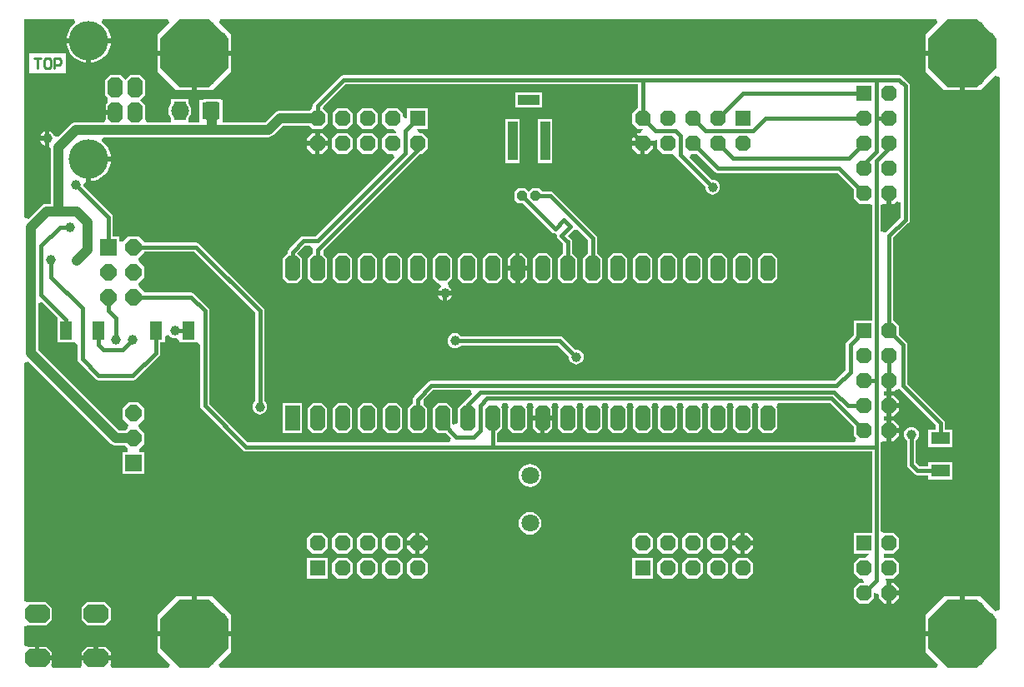
<source format=gtl>
G04*
G04 #@! TF.GenerationSoftware,Altium Limited,Altium Designer,18.1.6 (161)*
G04*
G04 Layer_Physical_Order=1*
G04 Layer_Color=255*
%FSLAX44Y44*%
%MOMM*%
G71*
G01*
G75*
%ADD10C,0.2540*%
%ADD12C,0.4000*%
%ADD20R,1.2700X1.9000*%
%ADD21R,2.2000X1.0000*%
%ADD22R,1.0000X4.0000*%
%ADD23R,1.9000X1.2700*%
%ADD45C,1.0000*%
%ADD46C,0.3810*%
G04:AMPARAMS|DCode=47|XSize=2.5mm|YSize=1.8mm|CornerRadius=0mm|HoleSize=0mm|Usage=FLASHONLY|Rotation=180.000|XOffset=0mm|YOffset=0mm|HoleType=Round|Shape=Octagon|*
%AMOCTAGOND47*
4,1,8,-1.2500,0.4500,-1.2500,-0.4500,-0.8000,-0.9000,0.8000,-0.9000,1.2500,-0.4500,1.2500,0.4500,0.8000,0.9000,-0.8000,0.9000,-1.2500,0.4500,0.0*
%
%ADD47OCTAGOND47*%

%ADD48P,1.7870X8X112.5*%
%ADD49R,1.6510X1.6510*%
%ADD50P,1.0824X8X22.5*%
%ADD51C,4.0000*%
G04:AMPARAMS|DCode=52|XSize=1.6mm|YSize=2mm|CornerRadius=0mm|HoleSize=0mm|Usage=FLASHONLY|Rotation=0.000|XOffset=0mm|YOffset=0mm|HoleType=Round|Shape=Octagon|*
%AMOCTAGOND52*
4,1,8,-0.4000,1.0000,0.4000,1.0000,0.8000,0.6000,0.8000,-0.6000,0.4000,-1.0000,-0.4000,-1.0000,-0.8000,-0.6000,-0.8000,0.6000,-0.4000,1.0000,0.0*
%
%ADD52OCTAGOND52*%

G04:AMPARAMS|DCode=53|XSize=1.5mm|YSize=2mm|CornerRadius=0mm|HoleSize=0mm|Usage=FLASHONLY|Rotation=0.000|XOffset=0mm|YOffset=0mm|HoleType=Round|Shape=Octagon|*
%AMOCTAGOND53*
4,1,8,-0.3750,1.0000,0.3750,1.0000,0.7500,0.6250,0.7500,-0.6250,0.3750,-1.0000,-0.3750,-1.0000,-0.7500,-0.6250,-0.7500,0.6250,-0.3750,1.0000,0.0*
%
%ADD53OCTAGOND53*%

%ADD54R,1.5000X2.5000*%
G04:AMPARAMS|DCode=55|XSize=2.5mm|YSize=1.5mm|CornerRadius=0mm|HoleSize=0mm|Usage=FLASHONLY|Rotation=90.000|XOffset=0mm|YOffset=0mm|HoleType=Round|Shape=Octagon|*
%AMOCTAGOND55*
4,1,8,0.3750,1.2500,-0.3750,1.2500,-0.7500,0.8750,-0.7500,-0.8750,-0.3750,-1.2500,0.3750,-1.2500,0.7500,-0.8750,0.7500,0.8750,0.3750,1.2500,0.0*
%
%ADD55OCTAGOND55*%

%ADD56C,1.5748*%
%ADD57P,7.5768X8X292.5*%
%ADD58R,1.6000X1.6000*%
%ADD59P,1.7318X8X112.5*%
%ADD60R,1.6000X1.6000*%
%ADD61P,1.7318X8X22.5*%
%ADD62C,1.8000*%
%ADD63R,1.8000X1.8000*%
%ADD64C,1.0000*%
G36*
X655194Y402304D02*
X642860Y389970D01*
Y373700D01*
X652688D01*
X655000Y373396D01*
X657312Y373700D01*
X680400D01*
Y371200D01*
X682900D01*
Y333660D01*
X699170D01*
X714000Y348490D01*
X718000Y346833D01*
Y-194433D01*
X714000Y-196090D01*
X699170Y-181260D01*
X682900D01*
Y-218800D01*
X680400D01*
Y-221300D01*
X657312D01*
X655000Y-220996D01*
X652688Y-221300D01*
X642860D01*
Y-237570D01*
X655594Y-250305D01*
X654064Y-254000D01*
X-73264Y-254000D01*
X-74794Y-250305D01*
X-62060Y-237570D01*
Y-221300D01*
X-71888D01*
X-74200Y-220996D01*
X-76512Y-221300D01*
X-99600D01*
X-122688D01*
X-125000Y-220996D01*
X-127312Y-221300D01*
X-137140D01*
Y-237570D01*
X-124406Y-250305D01*
X-125936Y-254000D01*
X-183204D01*
X-184734Y-250305D01*
X-184040Y-249610D01*
Y-246340D01*
X-199080D01*
X-214120D01*
Y-249610D01*
X-213426Y-250305D01*
X-214956Y-254000D01*
X-243204D01*
X-244734Y-250305D01*
X-244040Y-249610D01*
Y-246340D01*
X-259080D01*
Y-243840D01*
X-261580D01*
Y-232300D01*
X-268350D01*
X-272000Y-230788D01*
Y-211892D01*
X-268350Y-210380D01*
X-249810D01*
X-244040Y-204610D01*
Y-193070D01*
X-249810Y-187300D01*
X-268350D01*
X-272000Y-185788D01*
Y56198D01*
X-268000Y57855D01*
X-184448Y-25698D01*
X-182873Y-26906D01*
X-182113Y-27221D01*
X-181038Y-27666D01*
X-179070Y-27925D01*
X-169877D01*
X-166877Y-30925D01*
X-167146Y-34925D01*
X-172085D01*
Y-56515D01*
X-150495D01*
Y-34925D01*
X-155434D01*
X-155702Y-30925D01*
X-150495Y-25717D01*
Y-14922D01*
X-155758Y-9659D01*
X-155828Y-7620D01*
X-155758Y-5581D01*
X-150495Y-318D01*
Y10477D01*
X-155892Y15875D01*
X-166688D01*
X-172085Y10477D01*
Y-318D01*
X-166822Y-5581D01*
X-166752Y-7620D01*
X-166822Y-9659D01*
X-169877Y-12715D01*
X-175920D01*
X-257825Y69190D01*
Y116649D01*
X-254129Y118180D01*
X-238205Y102256D01*
X-238750Y100940D01*
X-238750D01*
Y76860D01*
X-220970D01*
X-217989Y74400D01*
Y60000D01*
X-217989Y60000D01*
X-217637Y58229D01*
X-216633Y56727D01*
X-199813Y39907D01*
X-199813Y39907D01*
X-198311Y38903D01*
X-196540Y38551D01*
X-161768D01*
X-161768Y38551D01*
X-159997Y38903D01*
X-158495Y39907D01*
X-135147Y63255D01*
X-135147Y63255D01*
X-134143Y64757D01*
X-133791Y66528D01*
X-133791Y66529D01*
Y76860D01*
X-129530D01*
Y83435D01*
X-127650Y84312D01*
X-125530Y84529D01*
X-124758Y83522D01*
X-123182Y82314D01*
X-121348Y81554D01*
X-119380Y81295D01*
X-118310Y81436D01*
X-115759Y79932D01*
X-114310Y78509D01*
Y76860D01*
X-97529D01*
X-96530Y76860D01*
X-93529Y74448D01*
Y12700D01*
X-93529Y12700D01*
X-93177Y10929D01*
X-92173Y9427D01*
X-50263Y-32483D01*
X-50263Y-32483D01*
X-48761Y-33487D01*
X-46990Y-33839D01*
X588461D01*
Y-116460D01*
X569850D01*
Y-137540D01*
X585637D01*
X585704Y-137878D01*
X582418Y-141860D01*
X575120D01*
X569850Y-147130D01*
Y-157670D01*
X575120Y-162940D01*
X578582D01*
X580720Y-166940D01*
X580507Y-167260D01*
X575120D01*
X569850Y-172530D01*
Y-183070D01*
X575120Y-188340D01*
X585660D01*
X590930Y-183070D01*
Y-177683D01*
X591250Y-177470D01*
X595250Y-179608D01*
Y-183070D01*
X600520Y-188340D01*
X603290D01*
Y-177800D01*
Y-165167D01*
X602247Y-163800D01*
X602531Y-162940D01*
X611060D01*
X616330Y-157670D01*
Y-147130D01*
X611060Y-141860D01*
X600520D01*
X600520Y-137540D01*
X611060D01*
X616330Y-132270D01*
Y-121730D01*
X611060Y-116460D01*
X600520D01*
X597719Y-115300D01*
Y-27940D01*
X597719Y-27940D01*
X597719Y-27940D01*
Y-24400D01*
X600520Y-23240D01*
X603290D01*
Y-12700D01*
Y-2160D01*
X600520D01*
X600520Y2160D01*
X603290D01*
Y12700D01*
Y23240D01*
X600520D01*
X600520Y27560D01*
X603290D01*
Y38100D01*
X608290D01*
Y27560D01*
X611060D01*
X612305Y28805D01*
X616487Y29747D01*
X653231Y-6997D01*
Y-11440D01*
X645820D01*
Y-29220D01*
X669900D01*
Y-11440D01*
X662489D01*
Y-5080D01*
X662137Y-3309D01*
X661133Y-1807D01*
X661133Y-1807D01*
X624389Y34937D01*
Y74930D01*
X624037Y76701D01*
X623033Y78203D01*
X623033Y78203D01*
X616330Y84906D01*
Y94170D01*
X611060Y99440D01*
X610419D01*
Y183503D01*
X625573Y198657D01*
X625573Y198657D01*
X626577Y200159D01*
X626929Y201930D01*
X626929Y201930D01*
Y337820D01*
X626577Y339591D01*
X625573Y341093D01*
X625573Y341093D01*
X619223Y347443D01*
X617721Y348447D01*
X615950Y348799D01*
X615950Y348799D01*
X591820D01*
X591820Y348799D01*
X591820Y348799D01*
X52070D01*
X50299Y348447D01*
X48797Y347443D01*
X48797Y347443D01*
X22127Y320773D01*
X21123Y319271D01*
X20771Y317500D01*
X20130Y315340D01*
X17195Y312405D01*
X-12700D01*
X-14668Y312146D01*
X-15743Y311701D01*
X-16502Y311386D01*
X-18078Y310178D01*
X-27280Y300975D01*
X-71010D01*
Y323960D01*
X-72400D01*
Y324460D01*
X-90180D01*
Y323960D01*
X-94090D01*
Y300975D01*
X-105400D01*
Y305062D01*
X-104220Y306600D01*
X-103057Y309408D01*
X-102661Y312420D01*
X-103057Y315432D01*
X-104220Y318240D01*
X-105400Y319778D01*
Y324460D01*
X-123180D01*
Y319804D01*
X-124380Y318240D01*
X-125543Y315432D01*
X-125940Y312420D01*
X-125543Y309408D01*
X-124380Y306600D01*
X-123180Y305036D01*
Y300975D01*
X-147836D01*
X-149060Y303930D01*
Y318470D01*
X-154290Y323700D01*
X-149060Y328930D01*
Y343470D01*
X-154330Y348740D01*
X-164870D01*
X-169600Y344010D01*
X-174330Y348740D01*
X-184870D01*
X-190140Y343470D01*
Y328930D01*
X-187613Y326403D01*
X-187578Y320782D01*
X-189640Y318720D01*
Y313700D01*
X-179600D01*
Y308700D01*
X-189640D01*
Y303680D01*
X-190760Y300975D01*
X-219710D01*
X-221678Y300716D01*
X-223512Y299956D01*
X-225088Y298748D01*
X-237533Y286303D01*
X-238883Y286320D01*
X-242032Y287460D01*
X-242334Y288190D01*
X-243542Y289765D01*
X-245117Y290974D01*
X-246420Y291513D01*
Y284387D01*
Y274979D01*
X-245439Y274140D01*
X-245095Y273481D01*
Y217790D01*
X-249555D01*
X-251523Y217531D01*
X-253358Y216771D01*
X-254933Y215563D01*
X-268000Y202495D01*
X-272000Y204152D01*
Y406000D01*
X-221382D01*
X-221140Y405624D01*
X-220175Y402000D01*
X-222715Y399915D01*
X-225532Y396483D01*
X-227625Y392567D01*
X-228914Y388319D01*
X-229103Y386400D01*
X-184297D01*
X-184486Y388319D01*
X-185775Y392567D01*
X-187868Y396483D01*
X-190685Y399915D01*
X-193225Y402000D01*
X-192260Y405624D01*
X-192018Y406000D01*
X-126336D01*
X-124806Y402304D01*
X-137140Y389970D01*
Y373700D01*
X-127312D01*
X-125000Y373396D01*
X-122688Y373700D01*
X-99600D01*
X-62060D01*
Y389970D01*
X-74394Y402304D01*
X-72864Y406000D01*
X653664D01*
X655194Y402304D01*
D02*
G37*
G36*
X350971Y315340D02*
X350330D01*
X345060Y310070D01*
Y299530D01*
X350330Y294260D01*
X355717D01*
X355930Y293940D01*
X353792Y289940D01*
X350330D01*
X345060Y284670D01*
Y281900D01*
X368233D01*
X369600Y282943D01*
X370460Y282659D01*
Y274130D01*
X375730Y268860D01*
X385221D01*
X386690Y268521D01*
X389397Y266330D01*
X389423Y266199D01*
X390427Y264697D01*
X419238Y235886D01*
X419115Y234950D01*
X419374Y232982D01*
X420134Y231147D01*
X421342Y229572D01*
X422918Y228364D01*
X424752Y227604D01*
X426720Y227345D01*
X428688Y227604D01*
X430522Y228364D01*
X432098Y229572D01*
X433306Y231147D01*
X434066Y232982D01*
X434325Y234950D01*
X434066Y236918D01*
X433306Y238752D01*
X432098Y240328D01*
X430522Y241536D01*
X428688Y242296D01*
X426720Y242555D01*
X425784Y242432D01*
X403356Y264860D01*
X405013Y268860D01*
X410394D01*
X428527Y250727D01*
X428527Y250727D01*
X430029Y249723D01*
X431800Y249371D01*
X431800Y249371D01*
X553073D01*
X569850Y232594D01*
Y223330D01*
X575120Y218060D01*
X585660D01*
X588461Y216900D01*
Y99440D01*
X569850D01*
Y84906D01*
X563147Y78203D01*
X562143Y76701D01*
X561791Y74930D01*
X561791Y74930D01*
Y48907D01*
X550723Y37839D01*
X141160D01*
X141160Y37839D01*
X139389Y37487D01*
X137887Y36483D01*
X137887Y36483D01*
X123727Y22323D01*
X122723Y20821D01*
X122371Y19050D01*
X122371Y19050D01*
Y15040D01*
X121980D01*
X116960Y10020D01*
Y-10020D01*
X121980Y-15040D01*
X132020D01*
X137040Y-10020D01*
Y10020D01*
X133254Y13806D01*
X133092Y18596D01*
X143077Y28581D01*
X180639D01*
X182169Y24885D01*
X174527Y17243D01*
X173523Y15741D01*
X173384Y15040D01*
X172780D01*
X167760Y10020D01*
Y-4944D01*
X163760Y-7031D01*
X162440Y-6111D01*
Y10020D01*
X157420Y15040D01*
X147380D01*
X142360Y10020D01*
Y-10020D01*
X147380Y-15040D01*
X155814D01*
X161355Y-20581D01*
X159698Y-24581D01*
X-45073D01*
X-84271Y14617D01*
Y109220D01*
X-84623Y110991D01*
X-85627Y112493D01*
X-85627Y112493D01*
X-99597Y126463D01*
X-101099Y127467D01*
X-102870Y127819D01*
X-102870Y127819D01*
X-150495D01*
Y128588D01*
X-155758Y133851D01*
X-155828Y135890D01*
X-155758Y137929D01*
X-150495Y143193D01*
Y153988D01*
X-155758Y159251D01*
X-155828Y161290D01*
X-155758Y163329D01*
X-150495Y168592D01*
Y169361D01*
X-99707D01*
X-37649Y107303D01*
Y17382D01*
X-38398Y16808D01*
X-39606Y15232D01*
X-40366Y13398D01*
X-40625Y11430D01*
X-40366Y9462D01*
X-39606Y7628D01*
X-38398Y6052D01*
X-36823Y4844D01*
X-34988Y4084D01*
X-33020Y3825D01*
X-31052Y4084D01*
X-29218Y4844D01*
X-27642Y6052D01*
X-26434Y7628D01*
X-25674Y9462D01*
X-25415Y11430D01*
X-25674Y13398D01*
X-26434Y15232D01*
X-27642Y16808D01*
X-28391Y17382D01*
Y109220D01*
X-28391Y109220D01*
X-28743Y110991D01*
X-29747Y112493D01*
X-29747Y112493D01*
X-94517Y177263D01*
X-96019Y178267D01*
X-97790Y178619D01*
X-97790Y178619D01*
X-150495D01*
Y179387D01*
X-155892Y184785D01*
X-166688D01*
X-171895Y179578D01*
X-175895Y179846D01*
Y184785D01*
X-182061D01*
Y204470D01*
X-182061Y204470D01*
X-182413Y206241D01*
X-183417Y207743D01*
X-183417Y207743D01*
X-212228Y236554D01*
X-212107Y237475D01*
X-212104Y237494D01*
X-212045Y237721D01*
X-209299Y240785D01*
X-209200Y240828D01*
Y263500D01*
X-206700D01*
Y266000D01*
X-184297D01*
X-184486Y267919D01*
X-185775Y272167D01*
X-187868Y276083D01*
X-190685Y279515D01*
X-193426Y281765D01*
X-192957Y284360D01*
X-192153Y285765D01*
X-24130D01*
X-22162Y286024D01*
X-20327Y286784D01*
X-18752Y287992D01*
X-9550Y297195D01*
X17195D01*
X20130Y294260D01*
X30670D01*
X35940Y299530D01*
Y310070D01*
X30670Y315340D01*
X32874Y318427D01*
X53987Y339541D01*
X350971D01*
Y315340D01*
D02*
G37*
G36*
X608290Y218060D02*
X611060D01*
X613671Y220671D01*
X617671Y219014D01*
Y203847D01*
X602517Y188693D01*
X598354Y189525D01*
X597719Y189949D01*
Y216900D01*
X600520Y218060D01*
X603290D01*
Y228600D01*
X608290D01*
Y218060D01*
D02*
G37*
G36*
X569850Y-8706D02*
Y-17970D01*
X572461Y-20581D01*
X570804Y-24581D01*
X207829D01*
Y-15040D01*
X208220D01*
X213240Y-10020D01*
Y10020D01*
X211759Y11501D01*
X213416Y15501D01*
X218384D01*
X220041Y11501D01*
X218560Y10020D01*
Y-10020D01*
X223580Y-15040D01*
X233620D01*
X238640Y-10020D01*
Y10020D01*
X237159Y11501D01*
X238816Y15501D01*
X243784D01*
X245441Y11501D01*
X243960Y10020D01*
Y2500D01*
X254000D01*
X264040D01*
Y10020D01*
X262559Y11501D01*
X264216Y15501D01*
X269184D01*
X270841Y11501D01*
X269360Y10020D01*
Y-10020D01*
X274380Y-15040D01*
X284420D01*
X289440Y-10020D01*
Y10020D01*
X287959Y11501D01*
X289616Y15501D01*
X294584D01*
X296241Y11501D01*
X294760Y10020D01*
Y-10020D01*
X299780Y-15040D01*
X309820D01*
X314840Y-10020D01*
Y10020D01*
X313359Y11501D01*
X315016Y15501D01*
X319984D01*
X321641Y11501D01*
X320160Y10020D01*
Y-10020D01*
X325180Y-15040D01*
X335220D01*
X340240Y-10020D01*
Y10020D01*
X338759Y11501D01*
X340416Y15501D01*
X345384D01*
X347041Y11501D01*
X345560Y10020D01*
Y-10020D01*
X350580Y-15040D01*
X360620D01*
X365640Y-10020D01*
Y10020D01*
X364159Y11501D01*
X365816Y15501D01*
X370784D01*
X372441Y11501D01*
X370960Y10020D01*
Y-10020D01*
X375980Y-15040D01*
X386020D01*
X391040Y-10020D01*
Y10020D01*
X389559Y11501D01*
X391216Y15501D01*
X396184D01*
X397841Y11501D01*
X396360Y10020D01*
Y-10020D01*
X401380Y-15040D01*
X411420D01*
X416440Y-10020D01*
Y10020D01*
X414959Y11501D01*
X416616Y15501D01*
X421584D01*
X423241Y11501D01*
X421760Y10020D01*
Y-10020D01*
X426780Y-15040D01*
X436820D01*
X441840Y-10020D01*
Y10020D01*
X440359Y11501D01*
X442016Y15501D01*
X446984D01*
X448641Y11501D01*
X447160Y10020D01*
Y-10020D01*
X452180Y-15040D01*
X462220D01*
X467240Y-10020D01*
Y10020D01*
X465759Y11501D01*
X467416Y15501D01*
X472384D01*
X474041Y11501D01*
X472560Y10020D01*
Y-10020D01*
X477580Y-15040D01*
X487620D01*
X492640Y-10020D01*
Y10020D01*
X491159Y11501D01*
X492816Y15501D01*
X545643D01*
X569850Y-8706D01*
D02*
G37*
%LPC*%
G36*
X-184297Y381400D02*
X-204200D01*
Y361497D01*
X-202281Y361686D01*
X-198033Y362975D01*
X-194117Y365068D01*
X-190685Y367885D01*
X-187868Y371317D01*
X-185775Y375233D01*
X-184486Y379481D01*
X-184297Y381400D01*
D02*
G37*
G36*
X-209200D02*
X-229103D01*
X-228914Y379481D01*
X-227625Y375233D01*
X-225532Y371317D01*
X-222715Y367885D01*
X-219283Y365068D01*
X-215367Y362975D01*
X-211119Y361686D01*
X-209200Y361497D01*
Y381400D01*
D02*
G37*
G36*
X-230262Y371077D02*
X-267080D01*
Y350920D01*
X-230262D01*
Y371077D01*
D02*
G37*
G36*
X655000Y369004D02*
X652688Y368700D01*
X642860D01*
Y352430D01*
X661630Y333660D01*
X677900D01*
Y343488D01*
X678204Y345800D01*
X677900Y348112D01*
Y368700D01*
X657312D01*
X655000Y369004D01*
D02*
G37*
G36*
X-74200Y369004D02*
X-76512Y368700D01*
X-97100D01*
Y333660D01*
X-80830D01*
X-62060Y352430D01*
Y368700D01*
X-71888D01*
X-74200Y369004D01*
D02*
G37*
G36*
X-125000D02*
X-127312Y368700D01*
X-137140D01*
Y352430D01*
X-118370Y333660D01*
X-102100D01*
Y343488D01*
X-101796Y345800D01*
X-102100Y348112D01*
Y368700D01*
X-122688D01*
X-125000Y369004D01*
D02*
G37*
G36*
X-251420Y291513D02*
X-252722Y290974D01*
X-254298Y289765D01*
X-255506Y288190D01*
X-256046Y286887D01*
X-251420D01*
Y291513D01*
D02*
G37*
G36*
Y281887D02*
X-256046D01*
X-255506Y280585D01*
X-254298Y279010D01*
X-252722Y277801D01*
X-251420Y277262D01*
Y281887D01*
D02*
G37*
G36*
X608290Y23240D02*
Y15200D01*
X616330D01*
Y17970D01*
X611060Y23240D01*
X608290D01*
D02*
G37*
G36*
X616330Y10200D02*
X608290D01*
Y2160D01*
X611060D01*
X616330Y7430D01*
Y10200D01*
D02*
G37*
G36*
X608290Y-2160D02*
Y-10200D01*
X616330D01*
Y-7430D01*
X611060Y-2160D01*
X608290D01*
D02*
G37*
G36*
X616330Y-15200D02*
X608290D01*
Y-23240D01*
X611060D01*
X616330Y-17970D01*
Y-15200D01*
D02*
G37*
G36*
X628650Y-8905D02*
X626682Y-9164D01*
X624847Y-9924D01*
X623272Y-11132D01*
X622064Y-12708D01*
X621304Y-14542D01*
X621045Y-16510D01*
X621304Y-18478D01*
X622064Y-20312D01*
X623272Y-21888D01*
X624021Y-22462D01*
Y-46990D01*
X624021Y-46990D01*
X624373Y-48761D01*
X625377Y-50263D01*
X631717Y-56603D01*
X631717Y-56603D01*
X633219Y-57607D01*
X634990Y-57959D01*
X645820D01*
Y-62220D01*
X669900D01*
Y-44440D01*
X645820D01*
Y-48701D01*
X636907D01*
X633279Y-45073D01*
Y-22462D01*
X634028Y-21888D01*
X635236Y-20312D01*
X635996Y-18478D01*
X636255Y-16510D01*
X635996Y-14542D01*
X635236Y-12708D01*
X634028Y-11132D01*
X632453Y-9924D01*
X630618Y-9164D01*
X628650Y-8905D01*
D02*
G37*
G36*
X241300Y-46510D02*
X238288Y-46907D01*
X235480Y-48070D01*
X233070Y-49920D01*
X231220Y-52330D01*
X230057Y-55138D01*
X229660Y-58150D01*
X230057Y-61163D01*
X231220Y-63970D01*
X233070Y-66380D01*
X235480Y-68230D01*
X238288Y-69393D01*
X241300Y-69790D01*
X244312Y-69393D01*
X247120Y-68230D01*
X249530Y-66380D01*
X251380Y-63970D01*
X252543Y-61163D01*
X252940Y-58150D01*
X252543Y-55138D01*
X251380Y-52330D01*
X249530Y-49920D01*
X247120Y-48070D01*
X244312Y-46907D01*
X241300Y-46510D01*
D02*
G37*
G36*
Y-95310D02*
X238288Y-95707D01*
X235480Y-96870D01*
X233070Y-98720D01*
X231220Y-101130D01*
X230057Y-103938D01*
X229660Y-106950D01*
X230057Y-109963D01*
X231220Y-112770D01*
X233070Y-115180D01*
X235480Y-117030D01*
X238288Y-118193D01*
X241300Y-118590D01*
X244312Y-118193D01*
X247120Y-117030D01*
X249530Y-115180D01*
X251380Y-112770D01*
X252543Y-109963D01*
X252940Y-106950D01*
X252543Y-103938D01*
X251380Y-101130D01*
X249530Y-98720D01*
X247120Y-96870D01*
X244312Y-95707D01*
X241300Y-95310D01*
D02*
G37*
G36*
X462470Y-116460D02*
X459700D01*
Y-124500D01*
X467740D01*
Y-121730D01*
X462470Y-116460D01*
D02*
G37*
G36*
X132270D02*
X129500D01*
Y-124500D01*
X137540D01*
Y-121730D01*
X132270Y-116460D01*
D02*
G37*
G36*
X454700D02*
X451930D01*
X446660Y-121730D01*
Y-124500D01*
X454700D01*
Y-116460D01*
D02*
G37*
G36*
X124500D02*
X121730D01*
X116460Y-121730D01*
Y-124500D01*
X124500D01*
Y-116460D01*
D02*
G37*
G36*
X467740Y-129500D02*
X459700D01*
Y-137540D01*
X462470D01*
X467740Y-132270D01*
Y-129500D01*
D02*
G37*
G36*
X454700D02*
X446660D01*
Y-132270D01*
X451930Y-137540D01*
X454700D01*
Y-129500D01*
D02*
G37*
G36*
X437070Y-116460D02*
X426530D01*
X421260Y-121730D01*
Y-132270D01*
X426530Y-137540D01*
X437070D01*
X442340Y-132270D01*
Y-121730D01*
X437070Y-116460D01*
D02*
G37*
G36*
X411670D02*
X401130D01*
X395860Y-121730D01*
Y-132270D01*
X401130Y-137540D01*
X411670D01*
X416940Y-132270D01*
Y-121730D01*
X411670Y-116460D01*
D02*
G37*
G36*
X386270D02*
X375730D01*
X370460Y-121730D01*
Y-132270D01*
X375730Y-137540D01*
X386270D01*
X391540Y-132270D01*
Y-121730D01*
X386270Y-116460D01*
D02*
G37*
G36*
X360870D02*
X350330D01*
X345060Y-121730D01*
Y-132270D01*
X350330Y-137540D01*
X360870D01*
X366140Y-132270D01*
Y-121730D01*
X360870Y-116460D01*
D02*
G37*
G36*
X137540Y-129500D02*
X129500D01*
Y-137540D01*
X132270D01*
X137540Y-132270D01*
Y-129500D01*
D02*
G37*
G36*
X124500D02*
X116460D01*
Y-132270D01*
X121730Y-137540D01*
X124500D01*
Y-129500D01*
D02*
G37*
G36*
X106870Y-116460D02*
X96330D01*
X91060Y-121730D01*
Y-132270D01*
X96330Y-137540D01*
X106870D01*
X112140Y-132270D01*
Y-121730D01*
X106870Y-116460D01*
D02*
G37*
G36*
X81470D02*
X70930D01*
X65660Y-121730D01*
Y-132270D01*
X70930Y-137540D01*
X81470D01*
X86740Y-132270D01*
Y-121730D01*
X81470Y-116460D01*
D02*
G37*
G36*
X56070D02*
X45530D01*
X40260Y-121730D01*
Y-132270D01*
X45530Y-137540D01*
X56070D01*
X61340Y-132270D01*
Y-121730D01*
X56070Y-116460D01*
D02*
G37*
G36*
X30670D02*
X20130D01*
X14860Y-121730D01*
Y-132270D01*
X20130Y-137540D01*
X30670D01*
X35940Y-132270D01*
Y-121730D01*
X30670Y-116460D01*
D02*
G37*
G36*
X462470Y-141860D02*
X451930D01*
X446660Y-147130D01*
Y-157670D01*
X451930Y-162940D01*
X462470D01*
X467740Y-157670D01*
Y-147130D01*
X462470Y-141860D01*
D02*
G37*
G36*
X437070D02*
X426530D01*
X421260Y-147130D01*
Y-157670D01*
X426530Y-162940D01*
X437070D01*
X442340Y-157670D01*
Y-147130D01*
X437070Y-141860D01*
D02*
G37*
G36*
X411670D02*
X401130D01*
X395860Y-147130D01*
Y-157670D01*
X401130Y-162940D01*
X411670D01*
X416940Y-157670D01*
Y-147130D01*
X411670Y-141860D01*
D02*
G37*
G36*
X386270D02*
X375730D01*
X370460Y-147130D01*
Y-157670D01*
X375730Y-162940D01*
X386270D01*
X391540Y-157670D01*
Y-147130D01*
X386270Y-141860D01*
D02*
G37*
G36*
X366140D02*
X345060D01*
Y-162940D01*
X366140D01*
Y-141860D01*
D02*
G37*
G36*
X132270D02*
X121730D01*
X116460Y-147130D01*
Y-157670D01*
X121730Y-162940D01*
X132270D01*
X137540Y-157670D01*
Y-147130D01*
X132270Y-141860D01*
D02*
G37*
G36*
X106870D02*
X96330D01*
X91060Y-147130D01*
Y-157670D01*
X96330Y-162940D01*
X106870D01*
X112140Y-157670D01*
Y-147130D01*
X106870Y-141860D01*
D02*
G37*
G36*
X81470D02*
X70930D01*
X65660Y-147130D01*
Y-157670D01*
X70930Y-162940D01*
X81470D01*
X86740Y-157670D01*
Y-147130D01*
X81470Y-141860D01*
D02*
G37*
G36*
X56070D02*
X45530D01*
X40260Y-147130D01*
Y-157670D01*
X45530Y-162940D01*
X56070D01*
X61340Y-157670D01*
Y-147130D01*
X56070Y-141860D01*
D02*
G37*
G36*
X35940D02*
X14860D01*
Y-162940D01*
X35940D01*
Y-141860D01*
D02*
G37*
G36*
X611060Y-167260D02*
X608290D01*
Y-175300D01*
X616330D01*
Y-172530D01*
X611060Y-167260D01*
D02*
G37*
G36*
X616330Y-180300D02*
X608290D01*
Y-188340D01*
X611060D01*
X616330Y-183070D01*
Y-180300D01*
D02*
G37*
G36*
X-189810Y-187300D02*
X-208350D01*
X-214120Y-193070D01*
Y-204610D01*
X-208350Y-210380D01*
X-189810D01*
X-184040Y-204610D01*
Y-193070D01*
X-189810Y-187300D01*
D02*
G37*
G36*
X-80830Y-181260D02*
X-97100D01*
Y-216300D01*
X-62060D01*
Y-200030D01*
X-80830Y-181260D01*
D02*
G37*
G36*
X-102100D02*
X-118370D01*
X-137140Y-200030D01*
Y-216300D01*
X-127312D01*
X-125000Y-216604D01*
X-122688Y-216300D01*
X-102100D01*
Y-195712D01*
X-101796Y-193400D01*
X-102100Y-191088D01*
Y-181260D01*
D02*
G37*
G36*
X677900D02*
X661630D01*
X642860Y-200030D01*
Y-216300D01*
X652688D01*
X655000Y-216604D01*
X657312Y-216300D01*
X677900D01*
Y-195712D01*
X678204Y-193400D01*
X677900Y-191088D01*
Y-181260D01*
D02*
G37*
G36*
X-256580Y-232300D02*
Y-241340D01*
X-244040D01*
Y-238070D01*
X-249810Y-232300D01*
X-256580D01*
D02*
G37*
G36*
X-189810D02*
X-196580D01*
Y-241340D01*
X-184040D01*
Y-238070D01*
X-189810Y-232300D01*
D02*
G37*
G36*
X-201580D02*
X-208350D01*
X-214120Y-238070D01*
Y-241340D01*
X-201580D01*
Y-232300D01*
D02*
G37*
G36*
X253570Y331390D02*
X226490D01*
Y316310D01*
X253570D01*
Y331390D01*
D02*
G37*
G36*
X137540Y315340D02*
X116460D01*
Y304683D01*
X116140Y304470D01*
X112140Y306607D01*
Y310070D01*
X106870Y315340D01*
X96330D01*
X91060Y310070D01*
Y299530D01*
X96330Y294260D01*
X102503D01*
X105143Y290800D01*
X104859Y289940D01*
X96330D01*
X91060Y284670D01*
Y274130D01*
X96330Y268860D01*
X101717D01*
X103374Y264860D01*
X23483Y184969D01*
X11430D01*
X11430Y184969D01*
X9659Y184617D01*
X8157Y183613D01*
X8157Y183613D01*
X-3273Y172183D01*
X-4277Y170681D01*
X-4629Y168910D01*
X-5020Y167440D01*
X-10040Y162420D01*
Y142380D01*
X-5020Y137360D01*
X5020D01*
X10040Y142380D01*
Y162420D01*
X5048Y167412D01*
X13347Y175711D01*
X18216D01*
X19060Y174884D01*
X20894Y171711D01*
X20771Y171091D01*
X20380Y167440D01*
X15360Y162420D01*
Y142380D01*
X20380Y137360D01*
X30420D01*
X35440Y142380D01*
Y162420D01*
X31908Y165952D01*
X31746Y170891D01*
X129715Y268860D01*
X132270D01*
X137540Y274130D01*
Y284670D01*
X132270Y289940D01*
X128807D01*
X126670Y293940D01*
X126883Y294260D01*
X137540D01*
Y315340D01*
D02*
G37*
G36*
X81470D02*
X70930D01*
X65660Y310070D01*
Y299530D01*
X70930Y294260D01*
X81470D01*
X86740Y299530D01*
Y310070D01*
X81470Y315340D01*
D02*
G37*
G36*
X56070D02*
X45530D01*
X40260Y310070D01*
Y299530D01*
X45530Y294260D01*
X56070D01*
X61340Y299530D01*
Y310070D01*
X56070Y315340D01*
D02*
G37*
G36*
X30670Y289940D02*
X27900D01*
Y281900D01*
X35940D01*
Y284670D01*
X30670Y289940D01*
D02*
G37*
G36*
X22900D02*
X20130D01*
X14860Y284670D01*
Y281900D01*
X22900D01*
Y289940D01*
D02*
G37*
G36*
X366140Y276900D02*
X358100D01*
Y268860D01*
X360870D01*
X366140Y274130D01*
Y276900D01*
D02*
G37*
G36*
X353100D02*
X345060D01*
Y274130D01*
X350330Y268860D01*
X353100D01*
Y276900D01*
D02*
G37*
G36*
X81470Y289940D02*
X70930D01*
X65660Y284670D01*
Y274130D01*
X70930Y268860D01*
X81470D01*
X86740Y274130D01*
Y284670D01*
X81470Y289940D01*
D02*
G37*
G36*
X56070D02*
X45530D01*
X40260Y284670D01*
Y274130D01*
X45530Y268860D01*
X56070D01*
X61340Y274130D01*
Y284670D01*
X56070Y289940D01*
D02*
G37*
G36*
X35940Y276900D02*
X27900D01*
Y268860D01*
X30670D01*
X35940Y274130D01*
Y276900D01*
D02*
G37*
G36*
X22900D02*
X14860D01*
Y274130D01*
X20130Y268860D01*
X22900D01*
Y276900D01*
D02*
G37*
G36*
X264080Y304480D02*
X249000D01*
Y259400D01*
X264080D01*
Y304480D01*
D02*
G37*
G36*
X231060D02*
X215980D01*
Y259400D01*
X231060D01*
Y304480D01*
D02*
G37*
G36*
X-184297Y261000D02*
X-204200D01*
Y241097D01*
X-202281Y241286D01*
X-198033Y242575D01*
X-194117Y244668D01*
X-190685Y247485D01*
X-187868Y250917D01*
X-185775Y254833D01*
X-184486Y259081D01*
X-184297Y261000D01*
D02*
G37*
G36*
X250800Y233600D02*
X243260D01*
X240030Y230370D01*
X236800Y233600D01*
X229260D01*
X225490Y229830D01*
Y222290D01*
X229260Y218520D01*
X234024D01*
X260237Y192307D01*
X260237Y192307D01*
X263447Y189097D01*
X263447Y189097D01*
X264949Y188093D01*
X266720Y187741D01*
X268512Y185949D01*
X268864Y184178D01*
X269868Y182676D01*
X274771Y177773D01*
Y167440D01*
X274380D01*
X269360Y162420D01*
Y142380D01*
X274380Y137360D01*
X284420D01*
X289440Y142380D01*
Y162420D01*
X284420Y167440D01*
X284029D01*
Y179690D01*
X283677Y181461D01*
X282673Y182963D01*
X282673Y182963D01*
X282348Y183288D01*
X279704Y185966D01*
X285606Y191868D01*
X289944Y191190D01*
X300171Y180963D01*
Y167440D01*
X299780D01*
X294760Y162420D01*
Y142380D01*
X299780Y137360D01*
X309820D01*
X314840Y142380D01*
Y162420D01*
X309820Y167440D01*
X309429D01*
Y182880D01*
X309429Y182880D01*
X309077Y184651D01*
X308073Y186153D01*
X264893Y229333D01*
X263391Y230337D01*
X261620Y230689D01*
X261620Y230689D01*
X253711D01*
X250800Y233600D01*
D02*
G37*
G36*
X233620Y167440D02*
X231100D01*
Y154900D01*
X238640D01*
Y162420D01*
X233620Y167440D01*
D02*
G37*
G36*
X226100D02*
X223580D01*
X218560Y162420D01*
Y154900D01*
X226100D01*
Y167440D01*
D02*
G37*
G36*
X487620D02*
X477580D01*
X472560Y162420D01*
Y142380D01*
X477580Y137360D01*
X487620D01*
X492640Y142380D01*
Y162420D01*
X487620Y167440D01*
D02*
G37*
G36*
X462220D02*
X452180D01*
X447160Y162420D01*
Y142380D01*
X452180Y137360D01*
X462220D01*
X467240Y142380D01*
Y162420D01*
X462220Y167440D01*
D02*
G37*
G36*
X436820D02*
X426780D01*
X421760Y162420D01*
Y142380D01*
X426780Y137360D01*
X436820D01*
X441840Y142380D01*
Y162420D01*
X436820Y167440D01*
D02*
G37*
G36*
X411420D02*
X401380D01*
X396360Y162420D01*
Y142380D01*
X401380Y137360D01*
X411420D01*
X416440Y142380D01*
Y162420D01*
X411420Y167440D01*
D02*
G37*
G36*
X386020D02*
X375980D01*
X370960Y162420D01*
Y142380D01*
X375980Y137360D01*
X386020D01*
X391040Y142380D01*
Y162420D01*
X386020Y167440D01*
D02*
G37*
G36*
X360620D02*
X350580D01*
X345560Y162420D01*
Y142380D01*
X350580Y137360D01*
X360620D01*
X365640Y142380D01*
Y162420D01*
X360620Y167440D01*
D02*
G37*
G36*
X335220D02*
X325180D01*
X320160Y162420D01*
Y142380D01*
X325180Y137360D01*
X335220D01*
X340240Y142380D01*
Y162420D01*
X335220Y167440D01*
D02*
G37*
G36*
X259020D02*
X248980D01*
X243960Y162420D01*
Y142380D01*
X248980Y137360D01*
X259020D01*
X264040Y142380D01*
Y162420D01*
X259020Y167440D01*
D02*
G37*
G36*
X238640Y149900D02*
X231100D01*
Y137360D01*
X233620D01*
X238640Y142380D01*
Y149900D01*
D02*
G37*
G36*
X226100D02*
X218560D01*
Y142380D01*
X223580Y137360D01*
X226100D01*
Y149900D01*
D02*
G37*
G36*
X208220Y167440D02*
X198180D01*
X193160Y162420D01*
Y142380D01*
X198180Y137360D01*
X208220D01*
X213240Y142380D01*
Y162420D01*
X208220Y167440D01*
D02*
G37*
G36*
X182820D02*
X172780D01*
X167760Y162420D01*
Y142380D01*
X172780Y137360D01*
X182820D01*
X187840Y142380D01*
Y162420D01*
X182820Y167440D01*
D02*
G37*
G36*
X132020D02*
X121980D01*
X116960Y162420D01*
Y142380D01*
X121980Y137360D01*
X132020D01*
X137040Y142380D01*
Y162420D01*
X132020Y167440D01*
D02*
G37*
G36*
X106620D02*
X96580D01*
X91560Y162420D01*
Y142380D01*
X96580Y137360D01*
X106620D01*
X111640Y142380D01*
Y162420D01*
X106620Y167440D01*
D02*
G37*
G36*
X81220D02*
X71180D01*
X66160Y162420D01*
Y142380D01*
X71180Y137360D01*
X81220D01*
X86240Y142380D01*
Y162420D01*
X81220Y167440D01*
D02*
G37*
G36*
X55820D02*
X45780D01*
X40760Y162420D01*
Y142380D01*
X45780Y137360D01*
X55820D01*
X60840Y142380D01*
Y162420D01*
X55820Y167440D01*
D02*
G37*
G36*
X157420D02*
X147380D01*
X142360Y162420D01*
Y142380D01*
X147380Y137360D01*
X148412D01*
X150854Y133798D01*
X150843Y133360D01*
X149562Y132378D01*
X148354Y130802D01*
X147814Y129500D01*
X162066D01*
X161526Y130802D01*
X160318Y132378D01*
X158743Y133586D01*
X158354Y133747D01*
X158101Y138041D01*
X162440Y142380D01*
Y162420D01*
X157420Y167440D01*
D02*
G37*
G36*
X162066Y124500D02*
X157440D01*
Y119874D01*
X158743Y120414D01*
X160318Y121622D01*
X161526Y123197D01*
X162066Y124500D01*
D02*
G37*
G36*
X152440D02*
X147814D01*
X148354Y123197D01*
X149562Y121622D01*
X151138Y120414D01*
X152440Y119874D01*
Y124500D01*
D02*
G37*
G36*
X165100Y86345D02*
X163132Y86086D01*
X161297Y85326D01*
X159722Y84118D01*
X158514Y82542D01*
X157754Y80708D01*
X157495Y78740D01*
X157754Y76772D01*
X158514Y74938D01*
X159722Y73362D01*
X161297Y72154D01*
X163132Y71394D01*
X165100Y71135D01*
X167068Y71394D01*
X168902Y72154D01*
X170478Y73362D01*
X171052Y74111D01*
X269863D01*
X280808Y63166D01*
X280685Y62230D01*
X280944Y60262D01*
X281704Y58428D01*
X282912Y56852D01*
X284487Y55644D01*
X286322Y54884D01*
X288290Y54625D01*
X290258Y54884D01*
X292092Y55644D01*
X293668Y56852D01*
X294876Y58428D01*
X295636Y60262D01*
X295895Y62230D01*
X295636Y64198D01*
X294876Y66033D01*
X293668Y67608D01*
X292092Y68816D01*
X290258Y69576D01*
X288290Y69835D01*
X287354Y69712D01*
X275036Y82031D01*
X273534Y83034D01*
X271763Y83386D01*
X271674Y83369D01*
X171052D01*
X170478Y84118D01*
X168902Y85326D01*
X167068Y86086D01*
X165100Y86345D01*
D02*
G37*
G36*
X106620Y15040D02*
X96580D01*
X91560Y10020D01*
Y-10020D01*
X96580Y-15040D01*
X106620D01*
X111640Y-10020D01*
Y10020D01*
X106620Y15040D01*
D02*
G37*
G36*
X81220D02*
X71180D01*
X66160Y10020D01*
Y-10020D01*
X71180Y-15040D01*
X81220D01*
X86240Y-10020D01*
Y10020D01*
X81220Y15040D01*
D02*
G37*
G36*
X55820D02*
X45780D01*
X40760Y10020D01*
Y-10020D01*
X45780Y-15040D01*
X55820D01*
X60840Y-10020D01*
Y10020D01*
X55820Y15040D01*
D02*
G37*
G36*
X30420D02*
X20380D01*
X15360Y10020D01*
Y-10020D01*
X20380Y-15040D01*
X30420D01*
X35440Y-10020D01*
Y10020D01*
X30420Y15040D01*
D02*
G37*
G36*
X10040D02*
X-10040D01*
Y-15040D01*
X10040D01*
Y15040D01*
D02*
G37*
G36*
X264040Y-2500D02*
X256500D01*
Y-15040D01*
X259020D01*
X264040Y-10020D01*
Y-2500D01*
D02*
G37*
G36*
X251500D02*
X243960D01*
Y-10020D01*
X248980Y-15040D01*
X251500D01*
Y-2500D01*
D02*
G37*
%LPD*%
D10*
X-262000Y365997D02*
X-255336D01*
X-258668D01*
Y356000D01*
X-247005Y365997D02*
X-250337D01*
X-252003Y364331D01*
Y357666D01*
X-250337Y356000D01*
X-247005D01*
X-245339Y357666D01*
Y364331D01*
X-247005Y365997D01*
X-242006Y356000D02*
Y365997D01*
X-237008D01*
X-235342Y364331D01*
Y360998D01*
X-237008Y359332D01*
X-242006D01*
D12*
X480800Y304800D02*
X580390D01*
X468100Y292100D02*
X480800Y304800D01*
X419100Y292100D02*
X468100D01*
X565150Y264160D02*
X580390Y279400D01*
X447040Y264160D02*
X565150D01*
X127000Y19050D02*
X141160Y33210D01*
X552640D02*
X566420Y46990D01*
X141160Y33210D02*
X552640D01*
X623570Y-173990D02*
Y-105410D01*
X619760Y-177800D02*
X623570Y-173990D01*
X605790Y-177800D02*
X619760D01*
X38260Y299240D02*
Y313850D01*
X31281Y292260D02*
X38260Y299240D01*
X26830Y292260D02*
X31281D01*
X25400Y290830D02*
X26830Y292260D01*
X25400Y279400D02*
Y290830D01*
X-33020Y11430D02*
Y109220D01*
X-97790Y173990D02*
X-33020Y109220D01*
X-161290Y173990D02*
X-97790D01*
X-186690Y109220D02*
Y123190D01*
Y109220D02*
X-179070Y101600D01*
Y80010D02*
Y101600D01*
X-46990Y-29210D02*
X203200D01*
Y0D01*
Y-29210D02*
X591820D01*
X-88900Y12700D02*
X-46990Y-29210D01*
X-88900Y12700D02*
Y109220D01*
X-102870Y123190D02*
X-88900Y109220D01*
X-161290Y123190D02*
X-102870D01*
X-186690Y173990D02*
Y204470D01*
X-219710Y237490D02*
X-186690Y204470D01*
X-119380Y88900D02*
X-105420D01*
X-172720Y69850D02*
X-162560Y80010D01*
X-191770Y69850D02*
X-172720D01*
X-196860Y74940D02*
X-191770Y69850D01*
X-196860Y74940D02*
Y88900D01*
X-161768Y43180D02*
X-138420Y66528D01*
X-196540Y43180D02*
X-161768D01*
X-213360Y60000D02*
X-196540Y43180D01*
X-138420Y66528D02*
Y88900D01*
X-213360Y60000D02*
Y111760D01*
X-244960Y143360D02*
X-213360Y111760D01*
X-244960Y143360D02*
Y161290D01*
X-138420Y88900D02*
Y91430D01*
X299720Y335280D02*
X355600Y279400D01*
X59690Y335280D02*
X299720D01*
X38260Y313850D02*
X59690Y335280D01*
X52070Y344170D02*
X355600D01*
Y304800D02*
Y344170D01*
X591820D01*
X25400Y304800D02*
Y317500D01*
X52070Y344170D01*
X25400Y171091D02*
X127000Y272691D01*
X25400Y152400D02*
Y171091D01*
X127000Y272691D02*
Y279400D01*
X114300Y269240D02*
Y292100D01*
X25400Y180340D02*
X114300Y269240D01*
X11430Y180340D02*
X25400D01*
X0Y168910D02*
X11430Y180340D01*
X0Y152400D02*
Y168910D01*
X114300Y292100D02*
X127000Y304800D01*
X165100Y78740D02*
X271745D01*
X271763Y78758D01*
X288290Y62230D01*
X228600Y133350D02*
Y152400D01*
X222250Y127000D02*
X228600Y133350D01*
X154940Y127000D02*
X222250D01*
X190500Y26670D02*
X550269D01*
X197930Y20130D02*
X547560D01*
X279400Y152400D02*
Y179690D01*
X279075Y180015D02*
X279400Y179690D01*
X233030Y226060D02*
X263510Y195580D01*
X273141Y185949D02*
X279075Y180015D01*
X273141Y185949D02*
X282333Y195142D01*
X275913Y201562D02*
X282333Y195142D01*
X266720Y192370D02*
X275913Y201562D01*
X263510Y195580D02*
X266720Y192370D01*
X304800Y152400D02*
Y182880D01*
X261620Y226060D02*
X304800Y182880D01*
X247030Y226060D02*
X261620D01*
X393700Y267970D02*
X426720Y234950D01*
X593090Y-27940D02*
Y38100D01*
Y-165100D02*
Y-27940D01*
X591820Y-29210D02*
X593090Y-27940D01*
X580390Y-177800D02*
X593090Y-165100D01*
X566420Y74930D02*
X580390Y88900D01*
X566420Y46990D02*
Y74930D01*
X190500Y12700D02*
X197930Y20130D01*
X190500Y-12700D02*
Y12700D01*
X547560Y20130D02*
X580390Y-12700D01*
X550269Y26670D02*
X564239Y12700D01*
X177800Y13970D02*
X190500Y26670D01*
X564239Y12700D02*
X580390D01*
X184150Y-19050D02*
X190500Y-12700D01*
X166370Y-19050D02*
X184150D01*
X152400Y-5080D02*
X166370Y-19050D01*
X152400Y-5080D02*
Y0D01*
X177800D02*
Y13970D01*
X593090Y38100D02*
Y261620D01*
X580390Y38100D02*
X593090D01*
X615950Y344170D02*
X622300Y337820D01*
Y201930D02*
Y337820D01*
X605790Y185420D02*
X622300Y201930D01*
X591820Y344170D02*
X592930Y343060D01*
Y304800D02*
Y343060D01*
X591820Y344170D02*
X615950D01*
X605790Y88900D02*
Y185420D01*
X393700Y267970D02*
Y287020D01*
X388620Y292100D02*
X393700Y287020D01*
X368300Y292100D02*
X388620D01*
X355600Y304800D02*
X368300Y292100D01*
X592930Y270709D02*
Y304800D01*
X605790D01*
X580390Y258169D02*
X592930Y270709D01*
X127000Y0D02*
Y19050D01*
X605790Y-87630D02*
X623570Y-105410D01*
X605790Y-87630D02*
Y-12700D01*
Y88900D02*
X619760Y74930D01*
Y33020D02*
Y74930D01*
Y33020D02*
X657860Y-5080D01*
Y-20330D02*
Y-5080D01*
X628650Y-46990D02*
Y-16510D01*
Y-46990D02*
X634990Y-53330D01*
X657860D01*
X605790Y38100D02*
Y63500D01*
Y12700D02*
Y38100D01*
Y-12700D02*
Y12700D01*
X580390Y254000D02*
Y258169D01*
X593090Y261620D02*
X605790Y274320D01*
Y279400D01*
X554990Y254000D02*
X580390Y228600D01*
X431800Y254000D02*
X554990D01*
X406400Y279400D02*
X431800Y254000D01*
Y279400D02*
X447040Y264160D01*
X406400Y304800D02*
X419100Y292100D01*
X431800Y304800D02*
X457200Y330200D01*
X580390D01*
D20*
X-229860Y88900D02*
D03*
X-196860D02*
D03*
X-138420D02*
D03*
X-105420D02*
D03*
X-81290Y312420D02*
D03*
X-114290D02*
D03*
D21*
X240030Y323850D02*
D03*
D22*
X223520Y281940D02*
D03*
X256540D02*
D03*
D23*
X657860Y-20330D02*
D03*
Y-53330D02*
D03*
D45*
X-81290Y293370D02*
Y312420D01*
X-179070Y-20320D02*
X-161290D01*
X-265430Y66040D02*
X-179070Y-20320D01*
X-265430Y66040D02*
Y194310D01*
X-249555Y210185D02*
X-235585D01*
X-237490Y212090D02*
X-235585Y210185D01*
X-219075D01*
X-237490Y212090D02*
Y275590D01*
X-219075Y210185D02*
X-208280Y199390D01*
X-265430Y194310D02*
X-249555Y210185D01*
X-208280Y171220D02*
Y199390D01*
X-81290Y293370D02*
X-24130D01*
X-219710D02*
X-81290D01*
X-12700Y304800D02*
X25400D01*
X-24130Y293370D02*
X-12700Y304800D01*
X-218960Y160540D02*
X-208280Y171220D01*
X-237490Y275590D02*
X-219710Y293370D01*
D46*
X-255270Y175260D02*
X-236220Y194310D01*
X-255270Y125730D02*
Y175260D01*
X-236220Y194310D02*
X-225460D01*
X-255270Y125730D02*
X-229860Y100320D01*
Y88900D02*
Y100320D01*
D47*
X-199080Y-243840D02*
D03*
X-259080D02*
D03*
Y-198840D02*
D03*
X-199080D02*
D03*
D48*
X-161290Y5080D02*
D03*
Y-20320D02*
D03*
Y173990D02*
D03*
Y148590D02*
D03*
Y123190D02*
D03*
X-186690D02*
D03*
Y148590D02*
D03*
D49*
X-161290Y-45720D02*
D03*
X-186690Y173990D02*
D03*
D50*
X247030Y226060D02*
D03*
X233030D02*
D03*
D51*
X-206700Y263500D02*
D03*
Y383900D02*
D03*
D52*
X-159600Y311200D02*
D03*
Y336200D02*
D03*
X-179600D02*
D03*
D53*
Y311200D02*
D03*
D54*
X0Y0D02*
D03*
D55*
X25400D02*
D03*
X50800D02*
D03*
X76200D02*
D03*
X101600D02*
D03*
X127000D02*
D03*
X152400D02*
D03*
X177800D02*
D03*
X203200D02*
D03*
X228600D02*
D03*
X254000D02*
D03*
X279400D02*
D03*
X304800D02*
D03*
X330200D02*
D03*
X355600D02*
D03*
X381000D02*
D03*
X406400D02*
D03*
X431800D02*
D03*
X457200D02*
D03*
X482600D02*
D03*
X0Y152400D02*
D03*
X25400D02*
D03*
X50800D02*
D03*
X76200D02*
D03*
X101600D02*
D03*
X127000D02*
D03*
X152400D02*
D03*
X177800D02*
D03*
X203200D02*
D03*
X228600D02*
D03*
X254000D02*
D03*
X279400D02*
D03*
X304800D02*
D03*
X330200D02*
D03*
X355600D02*
D03*
X381000D02*
D03*
X406400D02*
D03*
X431800D02*
D03*
X457200D02*
D03*
X482600D02*
D03*
D56*
X705800Y385170D02*
D03*
Y358500D02*
D03*
X655000D02*
D03*
Y383900D02*
D03*
X694370Y345800D02*
D03*
X667700D02*
D03*
X694370Y396600D02*
D03*
X667700D02*
D03*
X705800Y-204830D02*
D03*
Y-231500D02*
D03*
X655000D02*
D03*
Y-206100D02*
D03*
X694370Y-244200D02*
D03*
X667700D02*
D03*
X694370Y-193400D02*
D03*
X667700D02*
D03*
X-74200Y385170D02*
D03*
Y358500D02*
D03*
X-125000D02*
D03*
Y383900D02*
D03*
X-85630Y345800D02*
D03*
X-112300D02*
D03*
X-85630Y396600D02*
D03*
X-112300D02*
D03*
X-74200Y-204830D02*
D03*
Y-231500D02*
D03*
X-125000D02*
D03*
Y-206100D02*
D03*
X-85630Y-244200D02*
D03*
X-112300D02*
D03*
X-85630Y-193400D02*
D03*
X-112300D02*
D03*
D57*
X680400Y371200D02*
D03*
X680400Y-218800D02*
D03*
X-99600Y371200D02*
D03*
Y-218800D02*
D03*
D58*
X580390Y88900D02*
D03*
Y330200D02*
D03*
Y-127000D02*
D03*
D59*
X605790Y88900D02*
D03*
X580390Y63500D02*
D03*
X605790D02*
D03*
X580390Y38100D02*
D03*
X605790D02*
D03*
X580390Y12700D02*
D03*
X605790D02*
D03*
X580390Y-12700D02*
D03*
X605790D02*
D03*
Y228600D02*
D03*
X580390D02*
D03*
X605790Y254000D02*
D03*
X580390D02*
D03*
X605790Y279400D02*
D03*
X580390D02*
D03*
X605790Y304800D02*
D03*
X580390D02*
D03*
X605790Y330200D02*
D03*
Y-177800D02*
D03*
X580390D02*
D03*
Y-152400D02*
D03*
X605790D02*
D03*
Y-127000D02*
D03*
D60*
X127000Y304800D02*
D03*
X25400Y-152400D02*
D03*
X457200Y304800D02*
D03*
X355600Y-152400D02*
D03*
D61*
X127000Y279400D02*
D03*
X101600Y304800D02*
D03*
Y279400D02*
D03*
X76200Y304800D02*
D03*
Y279400D02*
D03*
X50800Y304800D02*
D03*
Y279400D02*
D03*
X25400Y304800D02*
D03*
Y279400D02*
D03*
X127000Y-127000D02*
D03*
Y-152400D02*
D03*
X101600Y-127000D02*
D03*
Y-152400D02*
D03*
X76200Y-127000D02*
D03*
Y-152400D02*
D03*
X50800Y-127000D02*
D03*
Y-152400D02*
D03*
X25400Y-127000D02*
D03*
X457200Y279400D02*
D03*
X431800Y304800D02*
D03*
Y279400D02*
D03*
X406400Y304800D02*
D03*
Y279400D02*
D03*
X381000Y304800D02*
D03*
Y279400D02*
D03*
X355600Y304800D02*
D03*
Y279400D02*
D03*
X457200Y-127000D02*
D03*
Y-152400D02*
D03*
X431800Y-127000D02*
D03*
Y-152400D02*
D03*
X406400Y-127000D02*
D03*
Y-152400D02*
D03*
X381000Y-127000D02*
D03*
Y-152400D02*
D03*
X355600Y-127000D02*
D03*
D62*
X241300Y-106950D02*
D03*
Y-58150D02*
D03*
X-114300Y312420D02*
D03*
D63*
X-82550D02*
D03*
D64*
X-33020Y11430D02*
D03*
X-219710Y237490D02*
D03*
X-119380Y88900D02*
D03*
X-162560Y80010D02*
D03*
X-179070D02*
D03*
X-225460Y194310D02*
D03*
X-244960Y161290D02*
D03*
X-218960Y160540D02*
D03*
X-248920Y284387D02*
D03*
X165100Y78740D02*
D03*
X154940Y127000D02*
D03*
X288290Y62230D02*
D03*
X426720Y234950D02*
D03*
X628650Y-16510D02*
D03*
M02*

</source>
